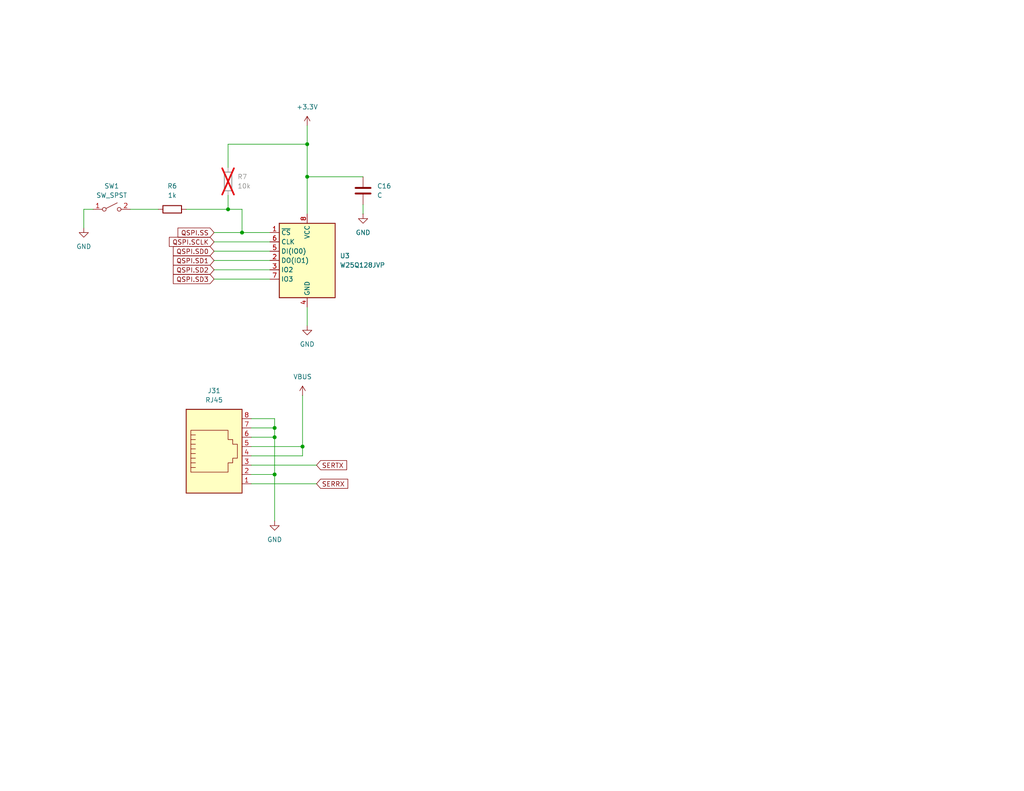
<source format=kicad_sch>
(kicad_sch (version 20231120) (generator "eeschema") (generator_version "8.0")
  (paper "A")
  (title_block (title "Jolt 2 - Left"))
  (lib_symbols
    (symbol "Connector:RJ45" (pin_names (offset 1.016))
      (property "Reference" "J" (at -5.08 13.97 0))
      (property "Value" "RJ45" (at 2.54 13.97 0))
      (symbol "RJ45_0_1"
        (polyline (pts (xy -5.08 4.445) (xy -6.35 4.445)))
        (polyline (pts (xy -5.08 5.715) (xy -6.35 5.715)))
        (polyline (pts (xy -6.35 -3.175) (xy -5.08 -3.175) (xy -5.08 -3.175)))
        (polyline (pts (xy -6.35 -1.905) (xy -5.08 -1.905) (xy -5.08 -1.905)))
        (polyline (pts (xy -6.35 -0.635) (xy -5.08 -0.635) (xy -5.08 -0.635)))
        (polyline (pts (xy -6.35 0.635) (xy -5.08 0.635) (xy -5.08 0.635)))
        (polyline (pts (xy -6.35 1.905) (xy -5.08 1.905) (xy -5.08 1.905)))
        (polyline (pts (xy -5.08 3.175) (xy -6.35 3.175) (xy -6.35 3.175)))
        (polyline (pts (xy -6.35 -4.445) (xy -6.35 6.985) (xy 3.81 6.985) (xy 3.81 4.445) (xy 5.08 4.445) (xy 5.08 3.175) (xy 6.35 3.175) (xy 6.35 -0.635) (xy 5.08 -0.635) (xy 5.08 -1.905) (xy 3.81 -1.905) (xy 3.81 -4.445) (xy -6.35 -4.445) (xy -6.35 -4.445)))
        (rectangle (start 7.62 12.7) (end -7.62 -10.16) (stroke (width 0.254)) (fill (type background)))
      )
      (symbol "RJ45_1_1"
        (pin passive line (at 10.16 -7.62 180) (length 2.54) (name "~") (number "1"))
        (pin passive line (at 10.16 -5.08 180) (length 2.54) (name "~") (number "2"))
        (pin passive line (at 10.16 -2.54 180) (length 2.54) (name "~") (number "3"))
        (pin passive line (at 10.16 0 180) (length 2.54) (name "~") (number "4"))
        (pin passive line (at 10.16 2.54 180) (length 2.54) (name "~") (number "5"))
        (pin passive line (at 10.16 5.08 180) (length 2.54) (name "~") (number "6"))
        (pin passive line (at 10.16 7.62 180) (length 2.54) (name "~") (number "7"))
        (pin passive line (at 10.16 10.16 180) (length 2.54) (name "~") (number "8"))
      )
    )
    (symbol "Device:C" (pin_numbers hide) (pin_names (offset 0.254))
      (property "Reference" "C" (at 0.635 2.54 0))
      (property "Value" "C" (at 0.635 -2.54 0))
      (symbol "C_0_1"
        (polyline (pts (xy -2.032 -0.762) (xy 2.032 -0.762)) (stroke (width 0.508)))
        (polyline (pts (xy -2.032 0.762) (xy 2.032 0.762)) (stroke (width 0.508)))
      )
      (symbol "C_1_1"
        (pin passive line (at 0 3.81 270) (length 2.794) (name "~") (number "1"))
        (pin passive line (at 0 -3.81 90) (length 2.794) (name "~") (number "2"))
      )
    )
    (symbol "Device:R" (pin_numbers hide) (pin_names (offset 0))
      (property "Reference" "R" (at 2.032 0 90))
      (property "Value" "R" (at 0 0 90))
      (symbol "R_0_1"
        (rectangle (start -1.016 -2.54) (end 1.016 2.54) (stroke (width 0.254)))
      )
      (symbol "R_1_1"
        (pin passive line (at 0 3.81 270) (length 1.27) (name "~") (number "1"))
        (pin passive line (at 0 -3.81 90) (length 1.27) (name "~") (number "2"))
      )
    )
    (symbol "Memory_Flash:W25Q128JVP"
      (property "Reference" "U" (at -6.35 11.43 0))
      (property "Value" "W25Q128JVP" (at 7.62 11.43 0))
      (symbol "W25Q128JVP_0_1"
        (rectangle (start -7.62 10.16) (end 7.62 -10.16) (stroke (width 0.254)) (fill (type background)))
      )
      (symbol "W25Q128JVP_1_1"
        (pin input line (at -10.16 7.62 0) (length 2.54) (name "~{CS}") (number "1"))
        (pin bidirectional line (at -10.16 0 0) (length 2.54) (name "DO(IO1)") (number "2"))
        (pin bidirectional line (at -10.16 -2.54 0) (length 2.54) (name "IO2") (number "3"))
        (pin power_in line (at 0 -12.7 90) (length 2.54) (name "GND") (number "4"))
        (pin bidirectional line (at -10.16 2.54 0) (length 2.54) (name "DI(IO0)") (number "5"))
        (pin input line (at -10.16 5.08 0) (length 2.54) (name "CLK") (number "6"))
        (pin bidirectional line (at -10.16 -5.08 0) (length 2.54) (name "IO3") (number "7"))
        (pin power_in line (at 0 12.7 270) (length 2.54) (name "VCC") (number "8"))
      )
    )
    (symbol "Switch:SW_SPST" (pin_names (offset 0) hide)
      (property "Reference" "SW" (at 0 3.175 0))
      (property "Value" "SW_SPST" (at 0 -2.54 0))
      (symbol "SW_SPST_0_0"
        (circle (center -2.032 0) (radius 0.508))
        (polyline (pts (xy -1.524 0.254) (xy 1.524 1.778)))
        (circle (center 2.032 0) (radius 0.508))
      )
      (symbol "SW_SPST_1_1"
        (pin passive line (at -5.08 0 0) (length 2.54) (name "A") (number "1"))
        (pin passive line (at 5.08 0 180) (length 2.54) (name "B") (number "2"))
      )
    )
    (symbol "power:+3.3V" (power) (pin_numbers hide) (pin_names (offset 0) hide)
      (property "Value" "+3.3V" (at 0 3.556 0))
      (symbol "+3.3V_0_1"
        (polyline (pts (xy -0.762 1.27) (xy 0 2.54)))
        (polyline (pts (xy 0 0) (xy 0 2.54)))
        (polyline (pts (xy 0 2.54) (xy 0.762 1.27)))
      )
      (symbol "+3.3V_1_1"
        (pin power_in line (at 0 0 90) (length 0) (name "~") (number "1"))
      )
    )
    (symbol "power:GND" (power) (pin_numbers hide) (pin_names (offset 0) hide)
      (property "Value" "GND" (at 0 -3.81 0))
      (symbol "GND_0_1"
        (polyline (pts (xy 0 0) (xy 0 -1.27) (xy 1.27 -1.27) (xy 0 -2.54) (xy -1.27 -1.27) (xy 0 -1.27)))
      )
      (symbol "GND_1_1"
        (pin power_in line (at 0 0 270) (length 0) (name "~") (number "1"))
      )
    )
    (symbol "power:VBUS" (power) (pin_numbers hide) (pin_names (offset 0) hide)
      (property "Value" "VBUS" (at 0 3.556 0))
      (symbol "VBUS_0_1"
        (polyline (pts (xy -0.762 1.27) (xy 0 2.54)))
        (polyline (pts (xy 0 0) (xy 0 2.54)))
        (polyline (pts (xy 0 2.54) (xy 0.762 1.27)))
      )
      (symbol "VBUS_1_1"
        (pin power_in line (at 0 0 90) (length 0) (name "~") (number "1"))
      )
    )
  )
  (junction (at 66.04 63.5))
  (junction (at 74.93 129.54))
  (junction (at 82.55 121.92))
  (junction (at 74.93 119.38))
  (junction (at 62.23 57.15))
  (junction (at 74.93 116.84))
  (junction (at 83.82 39.37))
  (junction (at 83.82 48.26))
  (wire (pts (xy 58.42 68.58) (xy 73.66 68.58)))
  (wire (pts (xy 74.93 116.84) (xy 74.93 119.38)))
  (wire (pts (xy 74.93 129.54) (xy 74.93 142.24)))
  (wire (pts (xy 68.58 129.54) (xy 74.93 129.54)))
  (wire (pts (xy 68.58 116.84) (xy 74.93 116.84)))
  (wire (pts (xy 68.58 121.92) (xy 82.55 121.92)))
  (wire (pts (xy 22.86 57.15) (xy 22.86 62.23)))
  (wire (pts (xy 83.82 48.26) (xy 99.06 48.26)))
  (wire (pts (xy 25.4 57.15) (xy 22.86 57.15)))
  (wire (pts (xy 74.93 114.3) (xy 74.93 116.84)))
  (wire (pts (xy 68.58 114.3) (xy 74.93 114.3)))
  (wire (pts (xy 58.42 66.04) (xy 73.66 66.04)))
  (wire (pts (xy 58.42 76.2) (xy 73.66 76.2)))
  (wire (pts (xy 68.58 132.08) (xy 86.36 132.08)))
  (wire (pts (xy 74.93 119.38) (xy 74.93 129.54)))
  (wire (pts (xy 62.23 45.72) (xy 62.23 39.37)))
  (wire (pts (xy 82.55 124.46) (xy 82.55 121.92)))
  (wire (pts (xy 68.58 124.46) (xy 82.55 124.46)))
  (wire (pts (xy 83.82 39.37) (xy 83.82 48.26)))
  (wire (pts (xy 68.58 127) (xy 86.36 127)))
  (wire (pts (xy 66.04 57.15) (xy 66.04 63.5)))
  (wire (pts (xy 83.82 83.82) (xy 83.82 88.9)))
  (wire (pts (xy 83.82 48.26) (xy 83.82 58.42)))
  (wire (pts (xy 82.55 107.95) (xy 82.55 121.92)))
  (wire (pts (xy 58.42 71.12) (xy 73.66 71.12)))
  (wire (pts (xy 62.23 57.15) (xy 66.04 57.15)))
  (wire (pts (xy 50.8 57.15) (xy 62.23 57.15)))
  (wire (pts (xy 66.04 63.5) (xy 73.66 63.5)))
  (wire (pts (xy 35.56 57.15) (xy 43.18 57.15)))
  (wire (pts (xy 62.23 39.37) (xy 83.82 39.37)))
  (wire (pts (xy 58.42 73.66) (xy 73.66 73.66)))
  (wire (pts (xy 68.58 119.38) (xy 74.93 119.38)))
  (wire (pts (xy 62.23 53.34) (xy 62.23 57.15)))
  (wire (pts (xy 83.82 34.29) (xy 83.82 39.37)))
  (wire (pts (xy 99.06 55.88) (xy 99.06 58.42)))
  (wire (pts (xy 58.42 63.5) (xy 66.04 63.5)))
  (global_label "QSPI.SD2" (shape input) (at 58.42 73.66 180) (property "Intersheetrefs" "${INTERSHEET_REFS}" (effects (hide yes))))
  (global_label "QSPI.SS" (shape input) (at 58.42 63.5 180) (property "Intersheetrefs" "${INTERSHEET_REFS}" (effects (hide yes))))
  (global_label "QSPI.SD3" (shape input) (at 58.42 76.2 180) (property "Intersheetrefs" "${INTERSHEET_REFS}" (effects (hide yes))))
  (global_label "QSPI.SCLK" (shape input) (at 58.42 66.04 180) (property "Intersheetrefs" "${INTERSHEET_REFS}" (effects (hide yes))))
  (global_label "SERRX" (shape input) (at 86.36 132.08 0) (property "Intersheetrefs" "${INTERSHEET_REFS}" (effects (hide yes))))
  (global_label "QSPI.SD1" (shape input) (at 58.42 71.12 180) (property "Intersheetrefs" "${INTERSHEET_REFS}" (effects (hide yes))))
  (global_label "QSPI.SD0" (shape input) (at 58.42 68.58 180) (property "Intersheetrefs" "${INTERSHEET_REFS}" (effects (hide yes))))
  (global_label "SERTX" (shape input) (at 86.36 127 0) (property "Intersheetrefs" "${INTERSHEET_REFS}" (effects (hide yes))))
  (symbol (lib_id "Switch:SW_SPST") (at 30.48 57.15 0) (unit 1)
    (property "Reference" "SW1" (at 30.48 50.8 0))
    (property "Value" "SW_SPST" (at 30.48 53.34 0))
    (property "Footprint" "Button_Switch_SMD:SW_Push_1P1T_NO_CK_KMR2" (effects (hide yes)))
    (property "Description" "Single Pole Single Throw (SPST) switch" (effects (hide yes)))
  )
  (symbol (lib_id "Device:C") (at 99.06 52.07 0) (unit 1)
    (property "Reference" "C16" (at 102.87 50.7999 0) (effects (justify left)))
    (property "Value" "C" (at 102.87 53.3399 0) (effects (justify left)))
    (property "Footprint" "Capacitor_SMD:C_0603_1608Metric" (effects (hide yes)))
    (property "Description" "Unpolarized capacitor" (effects (hide yes)))
  )
  (symbol (lib_id "power:GND") (at 74.93 142.24 0) (unit 1)
    (property "Reference" "#PWR028" (effects (hide yes)))
    (property "Value" "GND" (at 74.93 147.32 0))
    (property "Description" "Power symbol creates a global label with name \"GND\" , ground" (effects (hide yes)))
  )
  (symbol (lib_id "Memory_Flash:W25Q128JVP") (at 83.82 71.12 0) (unit 1)
    (property "Reference" "U3" (at 92.71 69.8499 0) (effects (justify left)))
    (property "Value" "W25Q128JVP" (at 92.71 72.3899 0) (effects (justify left)))
    (property "Footprint" "Package_SON:WSON-8-1EP_6x5mm_P1.27mm_EP3.4x4.3mm" (effects (hide yes)))
    (property "Datasheet" "https://www.winbond.com/resource-files/w25q128jv_dtr%20revc%2003272018%20plus.pdf" (effects (hide yes)))
    (property "Description" "128Mb Serial Flash Memory, Standard/Dual/Quad SPI, WSON-8" (effects (hide yes)))
  )
  (symbol (lib_id "power:VBUS") (at 82.55 107.95 0) (unit 1)
    (property "Reference" "#PWR027" (effects (hide yes)))
    (property "Value" "VBUS" (at 82.55 102.87 0))
    (property "Description" "Power symbol creates a global label with name \"VBUS\"" (effects (hide yes)))
  )
  (symbol (lib_id "power:GND") (at 99.06 58.42 0) (unit 1)
    (property "Reference" "#PWR018" (effects (hide yes)))
    (property "Value" "GND" (at 99.06 63.5 0))
    (property "Description" "Power symbol creates a global label with name \"GND\" , ground" (effects (hide yes)))
  )
  (symbol (lib_id "power:+3.3V") (at 83.82 34.29 0) (unit 1)
    (property "Reference" "#PWR016" (effects (hide yes)))
    (property "Value" "+3.3V" (at 83.82 29.21 0))
    (property "Description" "Power symbol creates a global label with name \"+3.3V\"" (effects (hide yes)))
  )
  (symbol (lib_id "Device:R") (at 46.99 57.15 90) (unit 1)
    (property "Reference" "R6" (at 46.99 50.8 90))
    (property "Value" "1k" (at 46.99 53.34 90))
    (property "Footprint" "Resistor_SMD:R_0603_1608Metric" (effects (hide yes)))
    (property "Description" "Resistor" (effects (hide yes)))
  )
  (symbol (lib_id "power:GND") (at 22.86 62.23 0) (unit 1)
    (property "Reference" "#PWR019" (effects (hide yes)))
    (property "Value" "GND" (at 22.86 67.31 0))
    (property "Description" "Power symbol creates a global label with name \"GND\" , ground" (effects (hide yes)))
  )
  (symbol (lib_id "Device:R") (at 62.23 49.53 180) (unit 1) (dnp yes)
    (property "Reference" "R7" (at 64.77 48.2599 0) (effects (justify right)))
    (property "Value" "10k" (at 64.77 50.7999 0) (effects (justify right)))
    (property "Footprint" "Resistor_SMD:R_0603_1608Metric" (effects (hide yes)))
    (property "Description" "Resistor" (effects (hide yes)))
  )
  (symbol (lib_id "power:GND") (at 83.82 88.9 0) (unit 1)
    (property "Reference" "#PWR017" (effects (hide yes)))
    (property "Value" "GND" (at 83.82 93.98 0))
    (property "Description" "Power symbol creates a global label with name \"GND\" , ground" (effects (hide yes)))
  )
  (symbol (lib_id "Connector:RJ45") (at 58.42 124.46 0) (unit 1)
    (property "Reference" "J31" (at 58.42 106.68 0))
    (property "Value" "RJ45" (at 58.42 109.22 0))
    (property "Footprint" "Connector_RJ:RJ45_Amphenol_54602-x08_Horizontal" (effects (hide yes)))
    (property "Description" "RJ connector, 8P8C (8 positions 8 connected)" (effects (hide yes)))
  )
)
</source>
